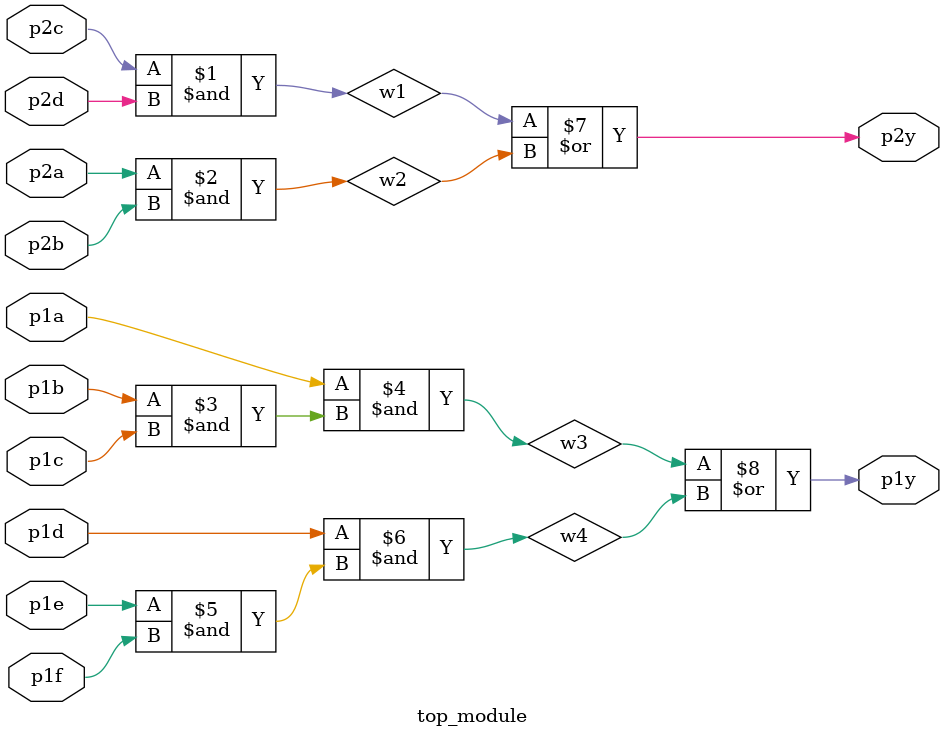
<source format=v>

module top_module ( 
    input p1a, p1b, p1c, p1d, p1e, p1f,
    output p1y,
    input p2a, p2b, p2c, p2d,
    output p2y );
	wire w1, w2, w3, w4;
	assign w1 = p2c & p2d;
    assign w2 = p2a & p2b;
    assign w3 = p1a & (p1b & p1c);
    assign w4 = p1d & (p1e & p1f);
    assign p2y = w1 | w2;
    assign p1y = w3 | w4;
endmodule

</source>
